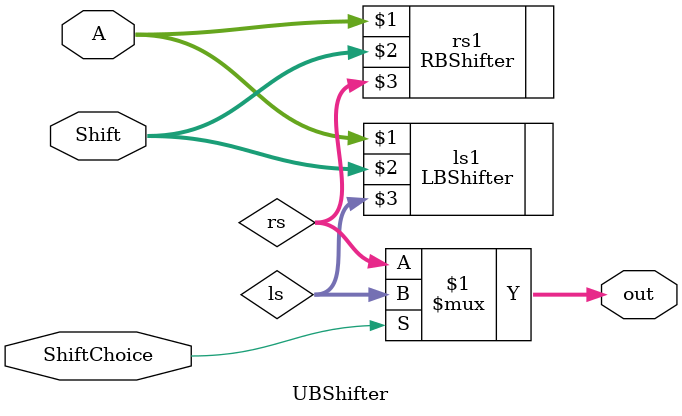
<source format=v>
`include "LBShifter.v"
`include "RBShifter.v"

module UBShifter (A, Shift, ShiftChoice, out);

input [16:1] A;
input [4:1] Shift;
input ShiftChoice;  // Left Shift if 1, else if 0 Right Shift

output [16:1] out;

wire [16:1] ls, rs;

LBShifter ls1 (A, Shift, ls);
RBShifter rs1 (A, Shift, rs);

assign out = (ShiftChoice) ? ls : rs;

endmodule
</source>
